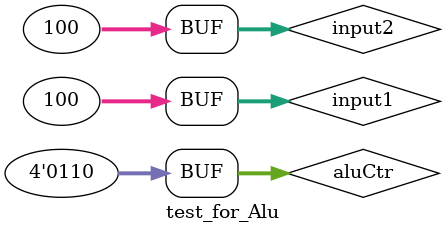
<source format=v>
`timescale 1ns / 1ps


module test_for_Alu;

	// Inputs
	reg [31:0] input1;
	reg [31:0] input2;
	reg [3:0] aluCtr;

	// Outputs
	wire zero;
	wire [31:0] aluRes;

	// Instantiate the Unit Under Test (UUT)
	Alu uut (
		.input1(input1), 
		.input2(input2), 
		.aluCtr(aluCtr), 
		.zero(zero), 
		.aluRes(aluRes)
	);

	initial begin
		// Initialize Inputs
		input1 = 0;
		input2 = 0;
		aluCtr = 0;

		// Wait 100 ns for global reset to finish
		#100;
        
		// Add stimulus here
		#100 	input1 = 0;
				input2 = 0;
				aluCtr = 0;
		#100	input1 = 255;
				input2 = 170;
				aluCtr = 0;
		#100
				aluCtr = 4'b0001;
		#100
				input1 = 10;
				input2 = 2;
				aluCtr = 4'b0010;
		#100
				aluCtr = 4'b0110;
		#100
				aluCtr = 4'b0111;
		#100 
				aluCtr = 4'b0110;
				input1 = 100;
				input2 = 100;
	end
      
endmodule


</source>
